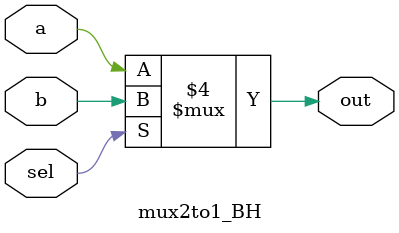
<source format=v>
module mux2to1_BH(
                a,b,sel,
                out
                );
            
input a,b,sel;
output out;
reg out;

always @ (*)
begin
    if(sel == 1'b0)
        out = a;
    else
        out = b;
end

endmodule
</source>
